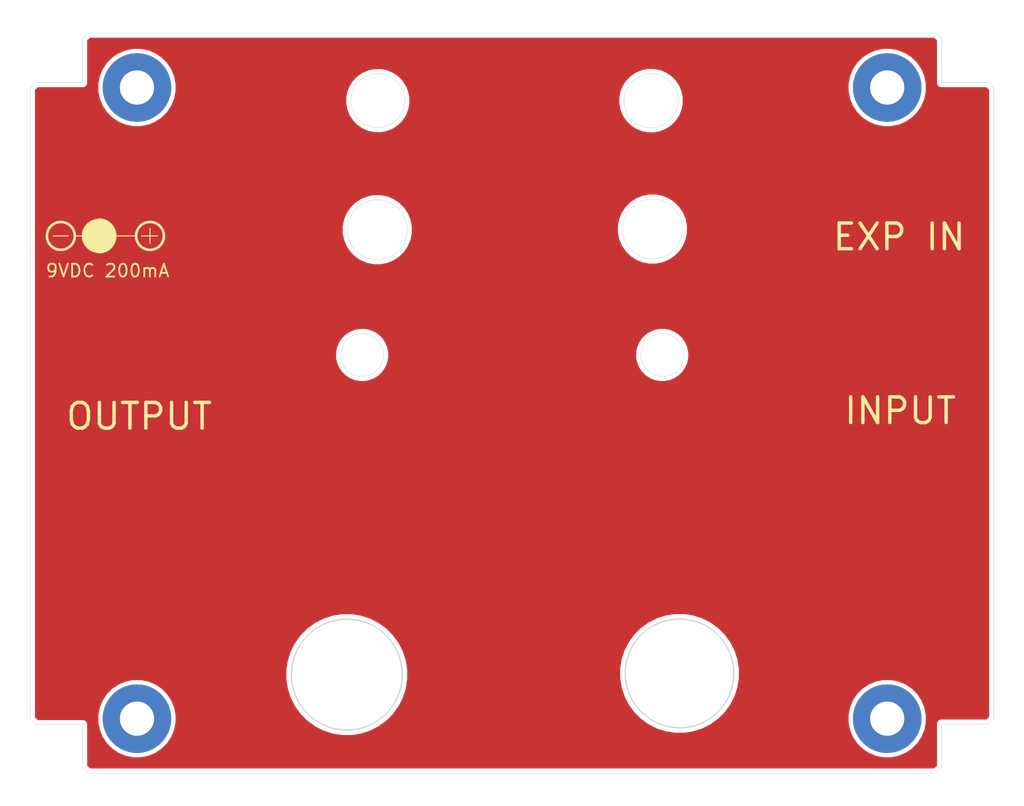
<source format=kicad_pcb>
(kicad_pcb (version 20171130) (host pcbnew 5.1.8-db9833491~87~ubuntu18.04.1)

  (general
    (thickness 1.6)
    (drawings 69)
    (tracks 0)
    (zones 0)
    (modules 5)
    (nets 1)
  )

  (page A4)
  (layers
    (0 F.Cu signal)
    (31 B.Cu signal)
    (32 B.Adhes user)
    (33 F.Adhes user)
    (34 B.Paste user)
    (35 F.Paste user)
    (36 B.SilkS user)
    (37 F.SilkS user)
    (38 B.Mask user)
    (39 F.Mask user)
    (40 Dwgs.User user)
    (41 Cmts.User user)
    (42 Eco1.User user)
    (43 Eco2.User user)
    (44 Edge.Cuts user)
    (45 Margin user)
    (46 B.CrtYd user)
    (47 F.CrtYd user)
    (48 B.Fab user hide)
    (49 F.Fab user hide)
  )

  (setup
    (last_trace_width 0.127)
    (user_trace_width 0.25)
    (user_trace_width 0.5)
    (user_trace_width 1)
    (trace_clearance 0.127)
    (zone_clearance 0.508)
    (zone_45_only no)
    (trace_min 0.127)
    (via_size 0.8)
    (via_drill 0.4)
    (via_min_size 0.45)
    (via_min_drill 0.2)
    (user_via 0.45 0.2)
    (uvia_size 0.3)
    (uvia_drill 0.1)
    (uvias_allowed no)
    (uvia_min_size 0.2)
    (uvia_min_drill 0.1)
    (edge_width 0.05)
    (segment_width 0.2)
    (pcb_text_width 0.3)
    (pcb_text_size 1.5 1.5)
    (mod_edge_width 0.12)
    (mod_text_size 1 1)
    (mod_text_width 0.15)
    (pad_size 1.524 1.524)
    (pad_drill 0.762)
    (pad_to_mask_clearance 0)
    (aux_axis_origin 0 0)
    (grid_origin 196.469 127.254)
    (visible_elements FFFFFF7F)
    (pcbplotparams
      (layerselection 0x010fc_ffffffff)
      (usegerberextensions false)
      (usegerberattributes true)
      (usegerberadvancedattributes true)
      (creategerberjobfile true)
      (excludeedgelayer true)
      (linewidth 0.100000)
      (plotframeref false)
      (viasonmask false)
      (mode 1)
      (useauxorigin false)
      (hpglpennumber 1)
      (hpglpenspeed 20)
      (hpglpendiameter 15.000000)
      (psnegative false)
      (psa4output false)
      (plotreference true)
      (plotvalue true)
      (plotinvisibletext false)
      (padsonsilk false)
      (subtractmaskfromsilk false)
      (outputformat 1)
      (mirror false)
      (drillshape 0)
      (scaleselection 1)
      (outputdirectory "docs/gerbers/"))
  )

  (net 0 "")

  (net_class Default "This is the default net class."
    (clearance 0.127)
    (trace_width 0.127)
    (via_dia 0.8)
    (via_drill 0.4)
    (uvia_dia 0.3)
    (uvia_drill 0.1)
  )

  (module MountingHole:MountingHole_4mm_Pad locked (layer F.Cu) (tedit 56D1B4CB) (tstamp 5F87C0F9)
    (at 192.405 60.8965)
    (descr "Mounting Hole 4mm")
    (tags "mounting hole 4mm")
    (attr virtual)
    (fp_text reference REF** (at 0 -5) (layer F.SilkS) hide
      (effects (font (size 1 1) (thickness 0.15)))
    )
    (fp_text value MountingHole_4mm_Pad (at 0 5) (layer F.Fab)
      (effects (font (size 1 1) (thickness 0.15)))
    )
    (fp_text user %R (at 0.3 0) (layer F.Fab)
      (effects (font (size 1 1) (thickness 0.15)))
    )
    (fp_circle (center 0 0) (end 4 0) (layer Cmts.User) (width 0.15))
    (fp_circle (center 0 0) (end 4.25 0) (layer F.CrtYd) (width 0.05))
    (pad 1 thru_hole circle (at 0 0) (size 8 8) (drill 4) (layers *.Cu *.Mask))
  )

  (module MountingHole:MountingHole_4mm_Pad locked (layer F.Cu) (tedit 56D1B4CB) (tstamp 5F87C0F9)
    (at 104.775 60.8965)
    (descr "Mounting Hole 4mm")
    (tags "mounting hole 4mm")
    (attr virtual)
    (fp_text reference REF** (at 0 -5) (layer F.SilkS) hide
      (effects (font (size 1 1) (thickness 0.15)))
    )
    (fp_text value MountingHole_4mm_Pad (at 0 5) (layer F.Fab)
      (effects (font (size 1 1) (thickness 0.15)))
    )
    (fp_text user %R (at 0.3 0) (layer F.Fab)
      (effects (font (size 1 1) (thickness 0.15)))
    )
    (fp_circle (center 0 0) (end 4 0) (layer Cmts.User) (width 0.15))
    (fp_circle (center 0 0) (end 4.25 0) (layer F.CrtYd) (width 0.05))
    (pad 1 thru_hole circle (at 0 0) (size 8 8) (drill 4) (layers *.Cu *.Mask))
  )

  (module MountingHole:MountingHole_4mm_Pad locked (layer F.Cu) (tedit 56D1B4CB) (tstamp 5F87C0F9)
    (at 104.775 134.62)
    (descr "Mounting Hole 4mm")
    (tags "mounting hole 4mm")
    (attr virtual)
    (fp_text reference REF** (at 0 -5) (layer F.SilkS) hide
      (effects (font (size 1 1) (thickness 0.15)))
    )
    (fp_text value MountingHole_4mm_Pad (at 0 5) (layer F.Fab)
      (effects (font (size 1 1) (thickness 0.15)))
    )
    (fp_text user %R (at 0.3 0) (layer F.Fab)
      (effects (font (size 1 1) (thickness 0.15)))
    )
    (fp_circle (center 0 0) (end 4 0) (layer Cmts.User) (width 0.15))
    (fp_circle (center 0 0) (end 4.25 0) (layer F.CrtYd) (width 0.05))
    (pad 1 thru_hole circle (at 0 0) (size 8 8) (drill 4) (layers *.Cu *.Mask))
  )

  (module MountingHole:MountingHole_4mm_Pad locked (layer F.Cu) (tedit 56D1B4CB) (tstamp 5F87C117)
    (at 192.405 134.62)
    (descr "Mounting Hole 4mm")
    (tags "mounting hole 4mm")
    (attr virtual)
    (fp_text reference REF** (at 0 -5) (layer F.SilkS) hide
      (effects (font (size 1 1) (thickness 0.15)))
    )
    (fp_text value MountingHole_4mm_Pad (at 0 5) (layer F.Fab)
      (effects (font (size 1 1) (thickness 0.15)))
    )
    (fp_text user %R (at 0.3 0) (layer F.Fab)
      (effects (font (size 1 1) (thickness 0.15)))
    )
    (fp_circle (center 0 0) (end 4 0) (layer Cmts.User) (width 0.15))
    (fp_circle (center 0 0) (end 4.25 0) (layer F.CrtYd) (width 0.05))
    (pad 1 thru_hole circle (at 0 0) (size 8 8) (drill 4) (layers *.Cu *.Mask))
  )

  (module Hammond1590:1590BB locked (layer F.Cu) (tedit 5F65E660) (tstamp 5F87BE46)
    (at 148.59 97.79 90)
    (descr https://www.hammfg.com/files/parts/pdf/1590BB.pdf)
    (fp_text reference REF** (at 0.0635 -66.929 90) (layer F.SilkS) hide
      (effects (font (size 1 1) (thickness 0.15)))
    )
    (fp_text value 1590BB (at 0 -65.2145 90) (layer F.Fab)
      (effects (font (size 1 1) (thickness 0.15)))
    )
    (fp_line (start 43.2435 -49.53) (end 42.6085 -50.165) (layer Dwgs.User) (width 0.12))
    (fp_line (start 36.83 -56.261) (end 37.465 -55.626) (layer Dwgs.User) (width 0.12))
    (fp_line (start -37.5285 -55.626) (end -36.8935 -56.261) (layer Dwgs.User) (width 0.12))
    (fp_line (start -42.545 -50.165) (end -43.18 -49.53) (layer Dwgs.User) (width 0.12))
    (fp_line (start -36.83 56.261) (end -37.465 55.626) (layer Dwgs.User) (width 0.12))
    (fp_line (start -42.545 50.165) (end -43.18 49.53) (layer Dwgs.User) (width 0.12))
    (fp_line (start 42.6085 50.165) (end 43.2435 49.53) (layer Dwgs.User) (width 0.12))
    (fp_line (start 36.83 56.261) (end 37.465 55.626) (layer Dwgs.User) (width 0.12))
    (fp_line (start -37.5285 -50.165) (end -42.545 -50.165) (layer Dwgs.User) (width 0.12))
    (fp_line (start -37.5285 -55.626) (end -37.5285 -50.165) (layer Dwgs.User) (width 0.12))
    (fp_line (start 37.465 -50.165) (end 37.465 -55.626) (layer Dwgs.User) (width 0.12))
    (fp_line (start 42.6085 -50.165) (end 37.465 -50.165) (layer Dwgs.User) (width 0.12))
    (fp_line (start 37.465 50.165) (end 42.6085 50.165) (layer Dwgs.User) (width 0.12))
    (fp_line (start 37.465 55.626) (end 37.465 50.165) (layer Dwgs.User) (width 0.12))
    (fp_line (start -37.465 50.165) (end -42.545 50.165) (layer Dwgs.User) (width 0.12))
    (fp_line (start -37.465 55.626) (end -37.465 50.165) (layer Dwgs.User) (width 0.12))
    (fp_line (start 43.2435 49.53) (end 43.2435 -49.53) (layer Dwgs.User) (width 0.12))
    (fp_line (start -36.8935 -56.261) (end 36.83 -56.261) (layer Dwgs.User) (width 0.12))
    (fp_line (start -36.83 56.261) (end 36.83 56.261) (layer Dwgs.User) (width 0.12))
    (fp_line (start -43.18 49.53) (end -43.18 -49.53) (layer Dwgs.User) (width 0.12))
    (fp_line (start -44.704 56.896) (end -44.704 -56.896) (layer Cmts.User) (width 0.12))
    (fp_line (start 44.7675 56.896) (end -44.704 56.896) (layer Cmts.User) (width 0.12))
    (fp_line (start 44.7675 -56.896) (end 44.7675 56.896) (layer Cmts.User) (width 0.12))
    (fp_line (start -44.704 -56.896) (end 44.7675 -56.896) (layer Cmts.User) (width 0.12))
    (fp_line (start -46.99 -59.7535) (end -46.99 59.7535) (layer Cmts.User) (width 0.12))
    (fp_line (start 47.0535 59.7535) (end -46.99 59.7535) (layer Cmts.User) (width 0.12))
    (fp_line (start -46.99 -59.7535) (end 47.0535 -59.7535) (layer Cmts.User) (width 0.12))
    (fp_line (start 47.0535 59.7535) (end 47.0535 -59.7535) (layer Cmts.User) (width 0.12))
  )

  (gr_line (start 161.390876 136.271) (end 161.390876 105.203533) (layer Dwgs.User) (width 0.15) (tstamp 5F8D6B6C))
  (gr_line (start 174.879 105.203533) (end 174.879 136.271) (layer Dwgs.User) (width 0.15) (tstamp 5F8D6B6E))
  (gr_line (start 174.879 136.271) (end 161.390876 136.271) (layer Dwgs.User) (width 0.15) (tstamp 5F8D6B65))
  (gr_line (start 161.390876 105.203533) (end 174.879 105.203533) (layer Dwgs.User) (width 0.15) (tstamp 5F8D6B63))
  (gr_circle (center 166.1287 92.1385) (end 168.2242 93.5101) (layer Edge.Cuts) (width 0.05) (tstamp 5FC2A274))
  (gr_circle (center 131.0767 92.1385) (end 133.1722 93.5101) (layer Edge.Cuts) (width 0.05))
  (gr_circle (center 164.8206 62.4332) (end 166.7764 64.9224) (layer Edge.Cuts) (width 0.05))
  (gr_circle (center 132.9055 62.4332) (end 134.2263 65.2907) (layer Edge.Cuts) (width 0.05))
  (gr_circle (center 164.9857 77.4319) (end 168.4857 77.4319) (layer Edge.Cuts) (width 0.05))
  (gr_circle (center 132.842 77.5081) (end 136.342 77.5081) (layer Edge.Cuts) (width 0.05))
  (gr_text " EXP IN" (at 192.659 78.359) (layer F.SilkS) (tstamp 5FB0243B)
    (effects (font (size 3 3) (thickness 0.4)))
  )
  (gr_text OUTPUT (at 105.029 99.314) (layer F.SilkS) (tstamp 5FB0243B)
    (effects (font (size 3 3) (thickness 0.4)))
  )
  (gr_text INPUT (at 193.929 98.6663) (layer F.SilkS)
    (effects (font (size 3 3) (thickness 0.4)))
  )
  (gr_text "9VDC 200mA" (at 101.346 82.296) (layer F.SilkS) (tstamp 5FC2A2C9)
    (effects (font (size 1.5 1.5) (thickness 0.2)))
  )
  (gr_line (start 105.283 78.232) (end 107.188 78.232) (layer F.SilkS) (width 0.12) (tstamp 5FC2A2C0))
  (gr_line (start 106.299 79.121) (end 106.299 77.343) (layer F.SilkS) (width 0.12) (tstamp 5FC2A2BD))
  (gr_line (start 94.996 78.232) (end 96.774 78.232) (layer F.SilkS) (width 0.12) (tstamp 5FC2A2D2))
  (gr_circle (center 106.299 78.232) (end 107.925394 78.232) (layer F.SilkS) (width 0.3) (tstamp 5FC2A2CC))
  (gr_circle (center 95.885 78.232) (end 97.511394 78.232) (layer F.SilkS) (width 0.3) (tstamp 5FC2A2D5))
  (gr_arc (start 100.33 78.232) (end 100.33 80.137) (angle -180) (layer F.SilkS) (width 0.3) (tstamp 5FC2A2CF))
  (gr_line (start 102.235 78.232) (end 104.648 78.232) (layer F.SilkS) (width 0.12) (tstamp 5FC2A2D8))
  (gr_line (start 100.33 78.232) (end 97.536 78.232) (layer F.SilkS) (width 0.12) (tstamp 5FC2A2C6))
  (gr_circle (center 100.33 78.232) (end 100.33 78.232) (layer F.SilkS) (width 2) (tstamp 5FC2A2C3))
  (gr_circle (center 129.286 129.4765) (end 135.763042 129.4765) (layer Edge.Cuts) (width 0.15) (tstamp 5F8D6B45))
  (gr_line (start 171.323 123.317) (end 172.820876 121.713532) (layer Dwgs.User) (width 0.15) (tstamp 5F8D6B6D))
  (gr_line (start 122.555 105.513799) (end 136.012121 105.513799) (layer Dwgs.User) (width 0.15) (tstamp 5F8DF6A5))
  (gr_line (start 172.820876 116.633533) (end 167.64 121.92) (layer Dwgs.User) (width 0.15) (tstamp 5F8D6B70))
  (gr_line (start 164.338 122.555) (end 172.820876 114.093532) (layer Dwgs.User) (width 0.15) (tstamp 5F8D6B6F))
  (gr_line (start 162.660876 119.173533) (end 172.820876 109.013533) (layer Dwgs.User) (width 0.15) (tstamp 5F8D6B6B))
  (gr_line (start 172.820876 119.173533) (end 169.672 122.428) (layer Dwgs.User) (width 0.15) (tstamp 5F8D6B6A))
  (gr_line (start 162.660876 114.093532) (end 170.280875 106.473532) (layer Dwgs.User) (width 0.15) (tstamp 5F8D6B69))
  (gr_line (start 162.660876 109.013533) (end 165.200876 106.473532) (layer Dwgs.User) (width 0.15) (tstamp 5F8D6B68))
  (gr_line (start 172.820876 111.553532) (end 162.660876 121.713532) (layer Dwgs.User) (width 0.15) (tstamp 5F8D6B67))
  (gr_line (start 172.820876 106.473533) (end 162.660876 116.633533) (layer Dwgs.User) (width 0.15) (tstamp 5F8D6B64))
  (gr_line (start 167.740876 106.473532) (end 162.660876 111.553532) (layer Dwgs.User) (width 0.15) (tstamp 5F8D6B60))
  (gr_line (start 124.582121 109.323799) (end 127.122122 106.783798) (layer Dwgs.User) (width 0.15))
  (gr_line (start 129.662121 106.783798) (end 124.582121 111.863798) (layer Dwgs.User) (width 0.15))
  (gr_line (start 124.582121 114.403798) (end 132.202121 106.783798) (layer Dwgs.User) (width 0.15))
  (gr_line (start 134.742121 106.783799) (end 124.582121 116.943799) (layer Dwgs.User) (width 0.15))
  (gr_line (start 124.582121 119.483799) (end 134.742121 109.323799) (layer Dwgs.User) (width 0.15))
  (gr_line (start 134.742121 111.863798) (end 124.582121 122.023798) (layer Dwgs.User) (width 0.15))
  (gr_line (start 126.619 122.682) (end 134.742121 114.403798) (layer Dwgs.User) (width 0.15))
  (gr_line (start 134.742121 116.943799) (end 129.667 122.174) (layer Dwgs.User) (width 0.15))
  (gr_line (start 134.742121 119.483799) (end 131.699 122.555) (layer Dwgs.User) (width 0.15))
  (gr_line (start 133.477 123.317) (end 134.742121 122.023798) (layer Dwgs.User) (width 0.15))
  (gr_line (start 136.012121 105.513799) (end 136.012121 136.271) (layer Dwgs.User) (width 0.15) (tstamp 5F8D6B4B))
  (gr_line (start 122.555 136.271) (end 122.555 105.513799) (layer Dwgs.User) (width 0.15))
  (gr_line (start 136.012121 136.271) (end 122.555 136.271) (layer Dwgs.User) (width 0.15))
  (gr_circle (center 168.148 129.333532) (end 174.498 129.333532) (layer Edge.Cuts) (width 0.15) (tstamp 5F8D6B47))
  (gr_line (start 98.425 55.1815) (end 99.06 54.5465) (layer Edge.Cuts) (width 0.05))
  (gr_line (start 98.425 60.325) (end 98.425 55.1815) (layer Edge.Cuts) (width 0.05))
  (gr_line (start 92.964 60.325) (end 98.425 60.325) (layer Edge.Cuts) (width 0.05))
  (gr_line (start 92.329 60.96) (end 92.964 60.325) (layer Edge.Cuts) (width 0.05))
  (gr_line (start 92.329 134.6835) (end 92.329 60.96) (layer Edge.Cuts) (width 0.05))
  (gr_line (start 92.964 135.3185) (end 92.329 134.6835) (layer Edge.Cuts) (width 0.05))
  (gr_line (start 98.425 135.3185) (end 92.964 135.3185) (layer Edge.Cuts) (width 0.05))
  (gr_line (start 98.425 140.335) (end 98.425 135.3185) (layer Edge.Cuts) (width 0.05))
  (gr_line (start 99.06 140.97) (end 98.425 140.335) (layer Edge.Cuts) (width 0.05))
  (gr_line (start 198.12 140.97) (end 99.06 140.97) (layer Edge.Cuts) (width 0.05))
  (gr_line (start 198.755 140.335) (end 198.12 140.97) (layer Edge.Cuts) (width 0.05))
  (gr_line (start 198.755 135.255) (end 198.755 140.335) (layer Edge.Cuts) (width 0.05))
  (gr_line (start 204.216 135.255) (end 198.755 135.255) (layer Edge.Cuts) (width 0.05))
  (gr_line (start 204.851 134.62) (end 204.216 135.255) (layer Edge.Cuts) (width 0.05))
  (gr_line (start 204.851 60.96) (end 204.851 134.62) (layer Edge.Cuts) (width 0.05))
  (gr_line (start 204.216 60.325) (end 204.851 60.96) (layer Edge.Cuts) (width 0.05))
  (gr_line (start 198.755 60.325) (end 204.216 60.325) (layer Edge.Cuts) (width 0.05))
  (gr_line (start 198.755 55.1815) (end 198.755 60.325) (layer Edge.Cuts) (width 0.05))
  (gr_line (start 198.12 54.5465) (end 198.755 55.1815) (layer Edge.Cuts) (width 0.05))
  (gr_line (start 99.06 54.5465) (end 198.12 54.5465) (layer Edge.Cuts) (width 0.05))

  (zone (net 0) (net_name "") (layer F.Cu) (tstamp 5FAE640D) (hatch edge 0.508)
    (connect_pads yes (clearance 0.508))
    (min_thickness 0.254)
    (fill yes (arc_segments 32) (thermal_gap 0.508) (thermal_bridge_width 0.508))
    (polygon
      (pts
        (xy 208.28 144.78) (xy 88.9 144.78) (xy 88.9 50.8) (xy 208.28 50.8)
      )
    )
    (filled_polygon
      (pts
        (xy 198.095 55.454881) (xy 198.095001 60.292571) (xy 198.091807 60.325) (xy 198.10455 60.454383) (xy 198.14229 60.578793)
        (xy 198.203575 60.69345) (xy 198.286052 60.793948) (xy 198.38655 60.876425) (xy 198.501207 60.93771) (xy 198.625617 60.97545)
        (xy 198.722581 60.985) (xy 198.755 60.988193) (xy 198.787419 60.985) (xy 203.94262 60.985) (xy 204.191 61.233381)
        (xy 204.191001 134.346618) (xy 203.94262 134.595) (xy 198.787419 134.595) (xy 198.755 134.591807) (xy 198.722581 134.595)
        (xy 198.625617 134.60455) (xy 198.501207 134.64229) (xy 198.38655 134.703575) (xy 198.286052 134.786052) (xy 198.203575 134.88655)
        (xy 198.14229 135.001207) (xy 198.10455 135.125617) (xy 198.091807 135.255) (xy 198.095 135.287419) (xy 198.095001 140.061618)
        (xy 197.84662 140.31) (xy 99.333381 140.31) (xy 99.085 140.06162) (xy 99.085 135.350919) (xy 99.088193 135.3185)
        (xy 99.07545 135.189117) (xy 99.03771 135.064707) (xy 98.976425 134.95005) (xy 98.893948 134.849552) (xy 98.79345 134.767075)
        (xy 98.678793 134.70579) (xy 98.554383 134.66805) (xy 98.457419 134.6585) (xy 98.425 134.655307) (xy 98.392581 134.6585)
        (xy 93.237381 134.6585) (xy 92.989 134.41012) (xy 92.989 134.163492) (xy 100.14 134.163492) (xy 100.14 135.076508)
        (xy 100.31812 135.97198) (xy 100.667516 136.815496) (xy 101.17476 137.57464) (xy 101.82036 138.22024) (xy 102.579504 138.727484)
        (xy 103.42302 139.07688) (xy 104.318492 139.255) (xy 105.231508 139.255) (xy 106.12698 139.07688) (xy 106.970496 138.727484)
        (xy 107.72964 138.22024) (xy 108.37524 137.57464) (xy 108.882484 136.815496) (xy 109.23188 135.97198) (xy 109.41 135.076508)
        (xy 109.41 134.163492) (xy 109.23188 133.26802) (xy 108.882484 132.424504) (xy 108.37524 131.66536) (xy 107.72964 131.01976)
        (xy 106.970496 130.512516) (xy 106.12698 130.16312) (xy 105.231508 129.985) (xy 104.318492 129.985) (xy 103.42302 130.16312)
        (xy 102.579504 130.512516) (xy 101.82036 131.01976) (xy 101.17476 131.66536) (xy 100.667516 132.424504) (xy 100.31812 133.26802)
        (xy 100.14 134.163492) (xy 92.989 134.163492) (xy 92.989 128.911042) (xy 122.101175 128.911042) (xy 122.101175 130.041958)
        (xy 122.278089 131.158951) (xy 122.627561 132.234516) (xy 123.140987 133.242169) (xy 123.805722 134.157099) (xy 124.605401 134.956778)
        (xy 125.520331 135.621513) (xy 126.527984 136.134939) (xy 127.603549 136.484411) (xy 128.720542 136.661325) (xy 129.851458 136.661325)
        (xy 130.968451 136.484411) (xy 132.044016 136.134939) (xy 133.051669 135.621513) (xy 133.966599 134.956778) (xy 134.766278 134.157099)
        (xy 135.431013 133.242169) (xy 135.944439 132.234516) (xy 136.293911 131.158951) (xy 136.470825 130.041958) (xy 136.470825 128.911042)
        (xy 136.44976 128.778042) (xy 161.089825 128.778042) (xy 161.089825 129.889022) (xy 161.263621 130.986325) (xy 161.606933 132.042931)
        (xy 162.111308 133.032822) (xy 162.764326 133.931624) (xy 163.549908 134.717206) (xy 164.44871 135.370224) (xy 165.438601 135.874599)
        (xy 166.495207 136.217911) (xy 167.59251 136.391707) (xy 168.70349 136.391707) (xy 169.800793 136.217911) (xy 170.857399 135.874599)
        (xy 171.84729 135.370224) (xy 172.746092 134.717206) (xy 173.299806 134.163492) (xy 187.77 134.163492) (xy 187.77 135.076508)
        (xy 187.94812 135.97198) (xy 188.297516 136.815496) (xy 188.80476 137.57464) (xy 189.45036 138.22024) (xy 190.209504 138.727484)
        (xy 191.05302 139.07688) (xy 191.948492 139.255) (xy 192.861508 139.255) (xy 193.75698 139.07688) (xy 194.600496 138.727484)
        (xy 195.35964 138.22024) (xy 196.00524 137.57464) (xy 196.512484 136.815496) (xy 196.86188 135.97198) (xy 197.04 135.076508)
        (xy 197.04 134.163492) (xy 196.86188 133.26802) (xy 196.512484 132.424504) (xy 196.00524 131.66536) (xy 195.35964 131.01976)
        (xy 194.600496 130.512516) (xy 193.75698 130.16312) (xy 192.861508 129.985) (xy 191.948492 129.985) (xy 191.05302 130.16312)
        (xy 190.209504 130.512516) (xy 189.45036 131.01976) (xy 188.80476 131.66536) (xy 188.297516 132.424504) (xy 187.94812 133.26802)
        (xy 187.77 134.163492) (xy 173.299806 134.163492) (xy 173.531674 133.931624) (xy 174.184692 133.032822) (xy 174.689067 132.042931)
        (xy 175.032379 130.986325) (xy 175.206175 129.889022) (xy 175.206175 128.778042) (xy 175.032379 127.680739) (xy 174.689067 126.624133)
        (xy 174.184692 125.634242) (xy 173.531674 124.73544) (xy 172.746092 123.949858) (xy 171.84729 123.29684) (xy 170.857399 122.792465)
        (xy 169.800793 122.449153) (xy 168.70349 122.275357) (xy 167.59251 122.275357) (xy 166.495207 122.449153) (xy 165.438601 122.792465)
        (xy 164.44871 123.29684) (xy 163.549908 123.949858) (xy 162.764326 124.73544) (xy 162.111308 125.634242) (xy 161.606933 126.624133)
        (xy 161.263621 127.680739) (xy 161.089825 128.778042) (xy 136.44976 128.778042) (xy 136.293911 127.794049) (xy 135.944439 126.718484)
        (xy 135.431013 125.710831) (xy 134.766278 124.795901) (xy 133.966599 123.996222) (xy 133.051669 123.331487) (xy 132.044016 122.818061)
        (xy 130.968451 122.468589) (xy 129.851458 122.291675) (xy 128.720542 122.291675) (xy 127.603549 122.468589) (xy 126.527984 122.818061)
        (xy 125.520331 123.331487) (xy 124.605401 123.996222) (xy 123.805722 124.795901) (xy 123.140987 125.710831) (xy 122.627561 126.718484)
        (xy 122.278089 127.794049) (xy 122.101175 128.911042) (xy 92.989 128.911042) (xy 92.989 91.826367) (xy 127.907557 91.826367)
        (xy 127.907557 92.450633) (xy 128.029346 93.062905) (xy 128.268242 93.639652) (xy 128.615066 94.158711) (xy 129.056489 94.600134)
        (xy 129.575548 94.946958) (xy 130.152295 95.185854) (xy 130.764567 95.307643) (xy 131.388833 95.307643) (xy 132.001105 95.185854)
        (xy 132.577852 94.946958) (xy 133.096911 94.600134) (xy 133.538334 94.158711) (xy 133.885158 93.639652) (xy 134.124054 93.062905)
        (xy 134.245843 92.450633) (xy 134.245843 91.826367) (xy 162.959557 91.826367) (xy 162.959557 92.450633) (xy 163.081346 93.062905)
        (xy 163.320242 93.639652) (xy 163.667066 94.158711) (xy 164.108489 94.600134) (xy 164.627548 94.946958) (xy 165.204295 95.185854)
        (xy 165.816567 95.307643) (xy 166.440833 95.307643) (xy 167.053105 95.185854) (xy 167.629852 94.946958) (xy 168.148911 94.600134)
        (xy 168.590334 94.158711) (xy 168.937158 93.639652) (xy 169.176054 93.062905) (xy 169.297843 92.450633) (xy 169.297843 91.826367)
        (xy 169.176054 91.214095) (xy 168.937158 90.637348) (xy 168.590334 90.118289) (xy 168.148911 89.676866) (xy 167.629852 89.330042)
        (xy 167.053105 89.091146) (xy 166.440833 88.969357) (xy 165.816567 88.969357) (xy 165.204295 89.091146) (xy 164.627548 89.330042)
        (xy 164.108489 89.676866) (xy 163.667066 90.118289) (xy 163.320242 90.637348) (xy 163.081346 91.214095) (xy 162.959557 91.826367)
        (xy 134.245843 91.826367) (xy 134.124054 91.214095) (xy 133.885158 90.637348) (xy 133.538334 90.118289) (xy 133.096911 89.676866)
        (xy 132.577852 89.330042) (xy 132.001105 89.091146) (xy 131.388833 88.969357) (xy 130.764567 88.969357) (xy 130.152295 89.091146)
        (xy 129.575548 89.330042) (xy 129.056489 89.676866) (xy 128.615066 90.118289) (xy 128.268242 90.637348) (xy 128.029346 91.214095)
        (xy 127.907557 91.826367) (xy 92.989 91.826367) (xy 92.989 77.098388) (xy 128.682128 77.098388) (xy 128.682128 77.917812)
        (xy 128.841989 78.72149) (xy 129.155569 79.478538) (xy 129.610816 80.159864) (xy 130.190236 80.739284) (xy 130.871562 81.194531)
        (xy 131.62861 81.508111) (xy 132.432288 81.667972) (xy 133.251712 81.667972) (xy 134.05539 81.508111) (xy 134.812438 81.194531)
        (xy 135.493764 80.739284) (xy 136.073184 80.159864) (xy 136.528431 79.478538) (xy 136.842011 78.72149) (xy 137.001872 77.917812)
        (xy 137.001872 77.098388) (xy 136.986715 77.022188) (xy 160.825828 77.022188) (xy 160.825828 77.841612) (xy 160.985689 78.64529)
        (xy 161.299269 79.402338) (xy 161.754516 80.083664) (xy 162.333936 80.663084) (xy 163.015262 81.118331) (xy 163.77231 81.431911)
        (xy 164.575988 81.591772) (xy 165.395412 81.591772) (xy 166.19909 81.431911) (xy 166.956138 81.118331) (xy 167.637464 80.663084)
        (xy 168.216884 80.083664) (xy 168.672131 79.402338) (xy 168.985711 78.64529) (xy 169.145572 77.841612) (xy 169.145572 77.022188)
        (xy 168.985711 76.21851) (xy 168.672131 75.461462) (xy 168.216884 74.780136) (xy 167.637464 74.200716) (xy 166.956138 73.745469)
        (xy 166.19909 73.431889) (xy 165.395412 73.272028) (xy 164.575988 73.272028) (xy 163.77231 73.431889) (xy 163.015262 73.745469)
        (xy 162.333936 74.200716) (xy 161.754516 74.780136) (xy 161.299269 75.461462) (xy 160.985689 76.21851) (xy 160.825828 77.022188)
        (xy 136.986715 77.022188) (xy 136.842011 76.29471) (xy 136.528431 75.537662) (xy 136.073184 74.856336) (xy 135.493764 74.276916)
        (xy 134.812438 73.821669) (xy 134.05539 73.508089) (xy 133.251712 73.348228) (xy 132.432288 73.348228) (xy 131.62861 73.508089)
        (xy 130.871562 73.821669) (xy 130.190236 74.276916) (xy 129.610816 74.856336) (xy 129.155569 75.537662) (xy 128.841989 76.29471)
        (xy 128.682128 77.098388) (xy 92.989 77.098388) (xy 92.989 61.23338) (xy 93.237381 60.985) (xy 98.392581 60.985)
        (xy 98.425 60.988193) (xy 98.457419 60.985) (xy 98.554383 60.97545) (xy 98.678793 60.93771) (xy 98.79345 60.876425)
        (xy 98.893948 60.793948) (xy 98.976425 60.69345) (xy 99.03771 60.578793) (xy 99.07545 60.454383) (xy 99.076867 60.439992)
        (xy 100.14 60.439992) (xy 100.14 61.353008) (xy 100.31812 62.24848) (xy 100.667516 63.091996) (xy 101.17476 63.85114)
        (xy 101.82036 64.49674) (xy 102.579504 65.003984) (xy 103.42302 65.35338) (xy 104.318492 65.5315) (xy 105.231508 65.5315)
        (xy 106.12698 65.35338) (xy 106.970496 65.003984) (xy 107.72964 64.49674) (xy 108.37524 63.85114) (xy 108.882484 63.091996)
        (xy 109.23188 62.24848) (xy 109.26977 62.057992) (xy 129.095947 62.057992) (xy 129.095947 62.808408) (xy 129.242346 63.544406)
        (xy 129.529518 64.2377) (xy 129.946427 64.861649) (xy 130.477051 65.392273) (xy 131.101 65.809182) (xy 131.794294 66.096354)
        (xy 132.530292 66.242753) (xy 133.280708 66.242753) (xy 134.016706 66.096354) (xy 134.71 65.809182) (xy 135.333949 65.392273)
        (xy 135.864573 64.861649) (xy 136.281482 64.2377) (xy 136.568654 63.544406) (xy 136.715053 62.808408) (xy 136.715053 62.057992)
        (xy 136.714709 62.056261) (xy 160.993479 62.056261) (xy 160.993479 62.810139) (xy 161.140553 63.54953) (xy 161.429049 64.246022)
        (xy 161.847881 64.872848) (xy 162.380952 65.405919) (xy 163.007778 65.824751) (xy 163.70427 66.113247) (xy 164.443661 66.260321)
        (xy 165.197539 66.260321) (xy 165.93693 66.113247) (xy 166.633422 65.824751) (xy 167.260248 65.405919) (xy 167.793319 64.872848)
        (xy 168.212151 64.246022) (xy 168.500647 63.54953) (xy 168.647721 62.810139) (xy 168.647721 62.056261) (xy 168.500647 61.31687)
        (xy 168.212151 60.620378) (xy 168.091621 60.439992) (xy 187.77 60.439992) (xy 187.77 61.353008) (xy 187.94812 62.24848)
        (xy 188.297516 63.091996) (xy 188.80476 63.85114) (xy 189.45036 64.49674) (xy 190.209504 65.003984) (xy 191.05302 65.35338)
        (xy 191.948492 65.5315) (xy 192.861508 65.5315) (xy 193.75698 65.35338) (xy 194.600496 65.003984) (xy 195.35964 64.49674)
        (xy 196.00524 63.85114) (xy 196.512484 63.091996) (xy 196.86188 62.24848) (xy 197.04 61.353008) (xy 197.04 60.439992)
        (xy 196.86188 59.54452) (xy 196.512484 58.701004) (xy 196.00524 57.94186) (xy 195.35964 57.29626) (xy 194.600496 56.789016)
        (xy 193.75698 56.43962) (xy 192.861508 56.2615) (xy 191.948492 56.2615) (xy 191.05302 56.43962) (xy 190.209504 56.789016)
        (xy 189.45036 57.29626) (xy 188.80476 57.94186) (xy 188.297516 58.701004) (xy 187.94812 59.54452) (xy 187.77 60.439992)
        (xy 168.091621 60.439992) (xy 167.793319 59.993552) (xy 167.260248 59.460481) (xy 166.633422 59.041649) (xy 165.93693 58.753153)
        (xy 165.197539 58.606079) (xy 164.443661 58.606079) (xy 163.70427 58.753153) (xy 163.007778 59.041649) (xy 162.380952 59.460481)
        (xy 161.847881 59.993552) (xy 161.429049 60.620378) (xy 161.140553 61.31687) (xy 160.993479 62.056261) (xy 136.714709 62.056261)
        (xy 136.568654 61.321994) (xy 136.281482 60.6287) (xy 135.864573 60.004751) (xy 135.333949 59.474127) (xy 134.71 59.057218)
        (xy 134.016706 58.770046) (xy 133.280708 58.623647) (xy 132.530292 58.623647) (xy 131.794294 58.770046) (xy 131.101 59.057218)
        (xy 130.477051 59.474127) (xy 129.946427 60.004751) (xy 129.529518 60.6287) (xy 129.242346 61.321994) (xy 129.095947 62.057992)
        (xy 109.26977 62.057992) (xy 109.41 61.353008) (xy 109.41 60.439992) (xy 109.23188 59.54452) (xy 108.882484 58.701004)
        (xy 108.37524 57.94186) (xy 107.72964 57.29626) (xy 106.970496 56.789016) (xy 106.12698 56.43962) (xy 105.231508 56.2615)
        (xy 104.318492 56.2615) (xy 103.42302 56.43962) (xy 102.579504 56.789016) (xy 101.82036 57.29626) (xy 101.17476 57.94186)
        (xy 100.667516 58.701004) (xy 100.31812 59.54452) (xy 100.14 60.439992) (xy 99.076867 60.439992) (xy 99.088193 60.325)
        (xy 99.085 60.292581) (xy 99.085 55.45488) (xy 99.333381 55.2065) (xy 197.84662 55.2065)
      )
    )
  )
)

</source>
